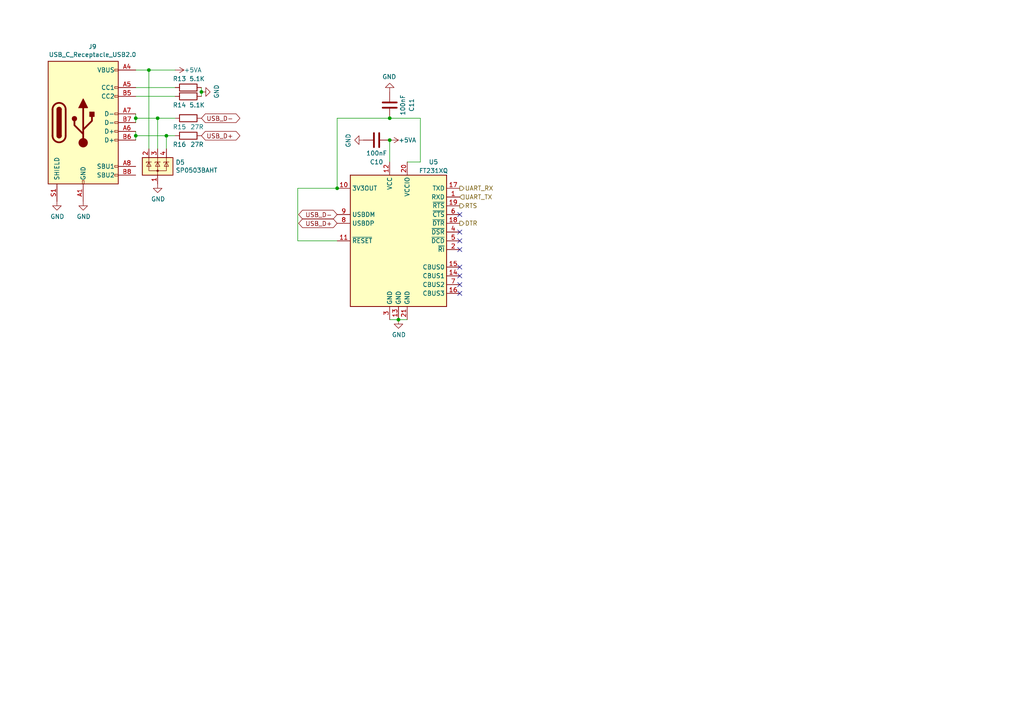
<source format=kicad_sch>
(kicad_sch (version 20211123) (generator eeschema)
  (paper "A4")
  (lib_symbols
    (symbol "Connector:USB_C_Receptacle_USB2.0" (pin_names (offset 1.016))
      (property "Reference" "J" (at -10.16 19.05 0))
      (property "Value" "USB_C_Receptacle_USB2.0" (at 19.05 19.05 0))
      (symbol "USB_C_Receptacle_USB2.0_0_0"
        (rectangle (start -0.254 -17.78) (end 0.254 -16.764))
        (rectangle (start 10.16 -14.986) (end 9.144 -15.494))
        (rectangle (start 10.16 -12.446) (end 9.144 -12.954))
        (rectangle (start 10.16 -4.826) (end 9.144 -5.334))
        (rectangle (start 10.16 -2.286) (end 9.144 -2.794))
        (rectangle (start 10.16 0.254) (end 9.144 -0.254))
        (rectangle (start 10.16 2.794) (end 9.144 2.286))
        (rectangle (start 10.16 7.874) (end 9.144 7.366))
        (rectangle (start 10.16 10.414) (end 9.144 9.906))
        (rectangle (start 10.16 15.494) (end 9.144 14.986))
      )
      (symbol "USB_C_Receptacle_USB2.0_0_1"
        (rectangle (start -10.16 17.78) (end 10.16 -17.78) (stroke (width 0.254)) (fill (type background)))
        (arc (start -8.89 -3.81) (mid -6.985 -5.715) (end -5.08 -3.81) (stroke (width 0.508)))
        (arc (start -7.62 -3.81) (mid -6.985 -4.445) (end -6.35 -3.81) (stroke (width 0.254)))
        (arc (start -7.62 -3.81) (mid -6.985 -4.445) (end -6.35 -3.81) (stroke (width 0.254)) (fill (type outline)))
        (rectangle (start -7.62 -3.81) (end -6.35 3.81) (stroke (width 0.254)) (fill (type outline)))
        (arc (start -6.35 3.81) (mid -6.985 4.445) (end -7.62 3.81) (stroke (width 0.254)))
        (arc (start -6.35 3.81) (mid -6.985 4.445) (end -7.62 3.81) (stroke (width 0.254)) (fill (type outline)))
        (arc (start -5.08 3.81) (mid -6.985 5.715) (end -8.89 3.81) (stroke (width 0.508)))
        (circle (center -2.54 1.143) (radius 0.635) (stroke (width 0.254)) (fill (type outline)))
        (circle (center 0 -5.842) (radius 1.27) (fill (type outline)))
        (polyline (pts (xy -8.89 -3.81) (xy -8.89 3.81)) (stroke (width 0.508)))
        (polyline (pts (xy -5.08 3.81) (xy -5.08 -3.81)) (stroke (width 0.508)))
        (polyline (pts (xy 0 -5.842) (xy 0 4.318)) (stroke (width 0.508)))
        (polyline (pts (xy 0 -3.302) (xy -2.54 -0.762) (xy -2.54 0.508)) (stroke (width 0.508)))
        (polyline (pts (xy 0 -2.032) (xy 2.54 0.508) (xy 2.54 1.778)) (stroke (width 0.508)))
        (polyline (pts (xy -1.27 4.318) (xy 0 6.858) (xy 1.27 4.318) (xy -1.27 4.318)) (stroke (width 0.254)) (fill (type outline)))
        (rectangle (start 1.905 1.778) (end 3.175 3.048) (stroke (width 0.254)) (fill (type outline)))
      )
      (symbol "USB_C_Receptacle_USB2.0_1_1"
        (pin passive line (at 0 -22.86 90) (length 5.08) (name "GND") (number "A1"))
        (pin passive line (at 0 -22.86 90) (length 5.08) hide (name "GND") (number "A12"))
        (pin passive line (at 15.24 15.24 180) (length 5.08) (name "VBUS") (number "A4"))
        (pin bidirectional line (at 15.24 10.16 180) (length 5.08) (name "CC1") (number "A5"))
        (pin bidirectional line (at 15.24 -2.54 180) (length 5.08) (name "D+") (number "A6"))
        (pin bidirectional line (at 15.24 2.54 180) (length 5.08) (name "D-") (number "A7"))
        (pin bidirectional line (at 15.24 -12.7 180) (length 5.08) (name "SBU1") (number "A8"))
        (pin passive line (at 15.24 15.24 180) (length 5.08) hide (name "VBUS") (number "A9"))
        (pin passive line (at 0 -22.86 90) (length 5.08) hide (name "GND") (number "B1"))
        (pin passive line (at 0 -22.86 90) (length 5.08) hide (name "GND") (number "B12"))
        (pin passive line (at 15.24 15.24 180) (length 5.08) hide (name "VBUS") (number "B4"))
        (pin bidirectional line (at 15.24 7.62 180) (length 5.08) (name "CC2") (number "B5"))
        (pin bidirectional line (at 15.24 -5.08 180) (length 5.08) (name "D+") (number "B6"))
        (pin bidirectional line (at 15.24 0 180) (length 5.08) (name "D-") (number "B7"))
        (pin bidirectional line (at 15.24 -15.24 180) (length 5.08) (name "SBU2") (number "B8"))
        (pin passive line (at 15.24 15.24 180) (length 5.08) hide (name "VBUS") (number "B9"))
        (pin passive line (at -7.62 -22.86 90) (length 5.08) (name "SHIELD") (number "S1"))
      )
    )
    (symbol "Device:C" (pin_numbers hide) (pin_names (offset 0.254))
      (property "Reference" "C" (at 0.635 2.54 0))
      (property "Value" "C" (at 0.635 -2.54 0))
      (symbol "C_0_1"
        (polyline (pts (xy -2.032 -0.762) (xy 2.032 -0.762)) (stroke (width 0.508)))
        (polyline (pts (xy -2.032 0.762) (xy 2.032 0.762)) (stroke (width 0.508)))
      )
      (symbol "C_1_1"
        (pin passive line (at 0 3.81 270) (length 2.794) (name "~") (number "1"))
        (pin passive line (at 0 -3.81 90) (length 2.794) (name "~") (number "2"))
      )
    )
    (symbol "Device:R" (pin_numbers hide) (pin_names (offset 0))
      (property "Reference" "R" (at 2.032 0 90))
      (property "Value" "R" (at 0 0 90))
      (symbol "R_0_1"
        (rectangle (start -1.016 -2.54) (end 1.016 2.54) (stroke (width 0.254)))
      )
      (symbol "R_1_1"
        (pin passive line (at 0 3.81 270) (length 1.27) (name "~") (number "1"))
        (pin passive line (at 0 -3.81 90) (length 1.27) (name "~") (number "2"))
      )
    )
    (symbol "Interface_USB:FT231XQ"
      (property "Reference" "U" (at -13.97 20.32 0))
      (property "Value" "FT231XQ" (at 6.35 20.32 0))
      (symbol "FT231XQ_0_1"
        (rectangle (start -13.97 19.05) (end 13.97 -19.05) (stroke (width 0.254)) (fill (type background)))
      )
      (symbol "FT231XQ_1_1"
        (pin input line (at 17.78 12.7 180) (length 3.81) (name "RXD") (number "1"))
        (pin power_out line (at -17.78 15.24 0) (length 3.81) (name "3V3OUT") (number "10"))
        (pin input line (at -17.78 0 0) (length 3.81) (name "~{RESET}") (number "11"))
        (pin power_in line (at -2.54 22.86 270) (length 3.81) (name "VCC") (number "12"))
        (pin power_in line (at 0 -22.86 90) (length 3.81) (name "GND") (number "13"))
        (pin bidirectional line (at 17.78 -10.16 180) (length 3.81) (name "CBUS1") (number "14"))
        (pin bidirectional line (at 17.78 -7.62 180) (length 3.81) (name "CBUS0") (number "15"))
        (pin bidirectional line (at 17.78 -15.24 180) (length 3.81) (name "CBUS3") (number "16"))
        (pin output line (at 17.78 15.24 180) (length 3.81) (name "TXD") (number "17"))
        (pin output line (at 17.78 5.08 180) (length 3.81) (name "~{DTR}") (number "18"))
        (pin output line (at 17.78 10.16 180) (length 3.81) (name "~{RTS}") (number "19"))
        (pin input line (at 17.78 -2.54 180) (length 3.81) (name "~{RI}") (number "2"))
        (pin power_in line (at 2.54 22.86 270) (length 3.81) (name "VCCIO") (number "20"))
        (pin power_in line (at 2.54 -22.86 90) (length 3.81) (name "GND") (number "21"))
        (pin power_in line (at -2.54 -22.86 90) (length 3.81) (name "GND") (number "3"))
        (pin input line (at 17.78 2.54 180) (length 3.81) (name "~{DSR}") (number "4"))
        (pin input line (at 17.78 0 180) (length 3.81) (name "~{DCD}") (number "5"))
        (pin input line (at 17.78 7.62 180) (length 3.81) (name "~{CTS}") (number "6"))
        (pin bidirectional line (at 17.78 -12.7 180) (length 3.81) (name "CBUS2") (number "7"))
        (pin bidirectional line (at -17.78 5.08 0) (length 3.81) (name "USBDP") (number "8"))
        (pin bidirectional line (at -17.78 7.62 0) (length 3.81) (name "USBDM") (number "9"))
      )
    )
    (symbol "Power_Protection:SP0503BAHT" (pin_names hide)
      (property "Reference" "D" (at 5.715 2.54 0))
      (property "Value" "SP0503BAHT" (at 5.715 0.635 0))
      (symbol "SP0503BAHT_0_0"
        (pin passive line (at 0 -5.08 90) (length 2.54) (name "A") (number "1"))
      )
      (symbol "SP0503BAHT_0_1"
        (rectangle (start -4.445 2.54) (end 4.445 -2.54) (stroke (width 0.254)) (fill (type background)))
        (circle (center 0 -1.27) (radius 0.254) (fill (type outline)))
        (polyline (pts (xy -2.54 2.54) (xy -2.54 1.27)))
        (polyline (pts (xy 0 -1.27) (xy 0 -2.54)))
        (polyline (pts (xy 0 -1.27) (xy 0 1.27)))
        (polyline (pts (xy 0 2.54) (xy 0 1.27)))
        (polyline (pts (xy 0.635 1.27) (xy 0.762 1.27)))
        (polyline (pts (xy 2.54 2.54) (xy 2.54 1.27)))
        (polyline (pts (xy 0.635 1.27) (xy -0.762 1.27) (xy -0.762 1.016)))
        (polyline (pts (xy -3.302 1.016) (xy -3.302 1.27) (xy -1.905 1.27) (xy -1.778 1.27)))
        (polyline (pts (xy -2.54 1.27) (xy -2.54 -1.27) (xy 2.54 -1.27) (xy 2.54 1.27)))
        (polyline (pts (xy -2.54 1.27) (xy -1.905 0) (xy -3.175 0) (xy -2.54 1.27)))
        (polyline (pts (xy 0.635 0) (xy -0.635 0) (xy 0 1.27) (xy 0.635 0)))
        (polyline (pts (xy 1.778 1.016) (xy 1.778 1.27) (xy 3.175 1.27) (xy 3.302 1.27)))
        (polyline (pts (xy 2.54 1.27) (xy 1.905 0) (xy 3.175 0) (xy 2.54 1.27)))
      )
      (symbol "SP0503BAHT_1_1"
        (pin passive line (at -2.54 5.08 270) (length 2.54) (name "K") (number "2"))
        (pin passive line (at 0 5.08 270) (length 2.54) (name "K") (number "3"))
        (pin passive line (at 2.54 5.08 270) (length 2.54) (name "K") (number "4"))
      )
    )
    (symbol "power:+5VA" (power) (pin_names (offset 0))
      (property "Value" "+5VA" (at 0 3.556 0))
      (symbol "+5VA_0_1"
        (polyline (pts (xy -0.762 1.27) (xy 0 2.54)))
        (polyline (pts (xy 0 0) (xy 0 2.54)))
        (polyline (pts (xy 0 2.54) (xy 0.762 1.27)))
      )
      (symbol "+5VA_1_1"
        (pin power_in line (at 0 0 90) (length 0) hide (name "+5VA") (number "1"))
      )
    )
    (symbol "power:GND" (power) (pin_names (offset 0))
      (property "Value" "GND" (at 0 -3.81 0))
      (symbol "GND_0_1"
        (polyline (pts (xy 0 0) (xy 0 -1.27) (xy 1.27 -1.27) (xy 0 -2.54) (xy -1.27 -1.27) (xy 0 -1.27)))
      )
      (symbol "GND_1_1"
        (pin power_in line (at 0 0 270) (length 0) hide (name "GND") (number "1"))
      )
    )
  )
  (junction (at 39.37 34.29))
  (junction (at 113.03 40.64))
  (junction (at 43.18 20.32))
  (junction (at 48.26 39.37))
  (junction (at 113.03 34.29))
  (junction (at 115.57 92.71))
  (junction (at 97.79 54.61))
  (junction (at 39.37 39.37))
  (junction (at 45.72 34.29))
  (junction (at 58.42 26.67))
  (no_connect (at 133.35 77.47))
  (no_connect (at 133.35 72.39))
  (no_connect (at 133.35 82.55))
  (no_connect (at 133.35 62.23))
  (no_connect (at 133.35 80.01))
  (no_connect (at 133.35 69.85))
  (no_connect (at 133.35 85.09))
  (no_connect (at 133.35 67.31))
  (wire (pts (xy 118.11 46.99) (xy 121.92 46.99)))
  (wire (pts (xy 50.8 39.37) (xy 48.26 39.37)))
  (wire (pts (xy 39.37 34.29) (xy 39.37 33.02)))
  (wire (pts (xy 39.37 35.56) (xy 39.37 34.29)))
  (wire (pts (xy 121.92 34.29) (xy 113.03 34.29)))
  (wire (pts (xy 43.18 43.18) (xy 43.18 20.32)))
  (wire (pts (xy 86.36 54.61) (xy 97.79 54.61)))
  (wire (pts (xy 50.8 20.32) (xy 43.18 20.32)))
  (wire (pts (xy 121.92 46.99) (xy 121.92 34.29)))
  (wire (pts (xy 39.37 38.1) (xy 39.37 39.37)))
  (wire (pts (xy 113.03 92.71) (xy 115.57 92.71)))
  (wire (pts (xy 39.37 27.94) (xy 50.8 27.94)))
  (wire (pts (xy 48.26 43.18) (xy 48.26 39.37)))
  (wire (pts (xy 45.72 34.29) (xy 50.8 34.29)))
  (wire (pts (xy 39.37 34.29) (xy 45.72 34.29)))
  (wire (pts (xy 58.42 26.67) (xy 58.42 25.4)))
  (wire (pts (xy 86.36 69.85) (xy 86.36 54.61)))
  (wire (pts (xy 50.8 25.4) (xy 39.37 25.4)))
  (wire (pts (xy 58.42 27.94) (xy 58.42 26.67)))
  (wire (pts (xy 39.37 39.37) (xy 39.37 40.64)))
  (wire (pts (xy 48.26 39.37) (xy 39.37 39.37)))
  (wire (pts (xy 115.57 92.71) (xy 118.11 92.71)))
  (wire (pts (xy 113.03 34.29) (xy 97.79 34.29)))
  (wire (pts (xy 113.03 46.99) (xy 113.03 40.64)))
  (wire (pts (xy 97.79 69.85) (xy 86.36 69.85)))
  (wire (pts (xy 45.72 43.18) (xy 45.72 34.29)))
  (wire (pts (xy 43.18 20.32) (xy 39.37 20.32)))
  (wire (pts (xy 97.79 34.29) (xy 97.79 54.61)))
  (global_label "USB_D+" (shape bidirectional) (at 97.79 64.77 180) (property "Intersheet References" "${INTERSHEET_REFS}" (effects hide)))
  (global_label "USB_D+" (shape bidirectional) (at 58.42 39.37 0) (property "Intersheet References" "${INTERSHEET_REFS}" (effects hide)))
  (global_label "USB_D-" (shape bidirectional) (at 97.79 62.23 180) (property "Intersheet References" "${INTERSHEET_REFS}" (effects hide)))
  (global_label "USB_D-" (shape bidirectional) (at 58.42 34.29 0) (property "Intersheet References" "${INTERSHEET_REFS}" (effects hide)))
  (hierarchical_label "DTR" (shape output) (at 133.35 64.77 0))
  (hierarchical_label "UART_TX" (shape input) (at 133.35 57.15 0))
  (hierarchical_label "UART_RX" (shape output) (at 133.35 54.61 0))
  (hierarchical_label "RTS" (shape output) (at 133.35 59.69 0))
  (symbol (lib_id "power:+5VA") (at 50.8 20.32 270) (unit 1)
    (property "Reference" "#PWR0149" (effects hide))
    (property "Value" "+5VA" (at 53.34 20.32 90) (effects (justify left)))
  )
  (symbol (lib_id "Connector:USB_C_Receptacle_USB2.0") (at 24.13 35.56 0) (unit 1)
    (property "Reference" "J9" (at 26.8478 13.5382 0))
    (property "Value" "USB_C_Receptacle_USB2.0" (at 26.8478 15.8496 0))
    (property "Footprint" "USB_C_Receptacle_JAE_DX07S016JA1:USB_C_Receptacle_JAE_DX07S016JA1" (effects hide))
    (property "Datasheet" "https://www.usb.org/sites/default/files/documents/usb_type-c.zip" (effects hide))
  )
  (symbol (lib_id "power:GND") (at 24.13 58.42 0) (unit 1)
    (property "Reference" "#PWR0150" (effects hide))
    (property "Value" "GND" (at 24.257 62.8142 0))
  )
  (symbol (lib_id "power:GND") (at 16.51 58.42 0) (unit 1)
    (property "Reference" "#PWR0151" (effects hide))
    (property "Value" "GND" (at 16.637 62.8142 0))
  )
  (symbol (lib_id "Device:R") (at 54.61 25.4 270) (unit 1)
    (property "Reference" "R13" (at 52.07 22.86 90))
    (property "Value" "5.1K" (at 57.15 22.86 90))
    (property "Footprint" "Resistor_SMD:R_0603_1608Metric_Pad0.98x0.95mm_HandSolder" (effects hide))
  )
  (symbol (lib_id "Device:R") (at 54.61 27.94 90) (unit 1)
    (property "Reference" "R14" (at 52.07 30.48 90))
    (property "Value" "5.1K" (at 57.15 30.48 90))
    (property "Footprint" "Resistor_SMD:R_0603_1608Metric_Pad0.98x0.95mm_HandSolder" (effects hide))
  )
  (symbol (lib_id "power:GND") (at 58.42 26.67 90) (unit 1)
    (property "Reference" "#PWR0152" (effects hide))
    (property "Value" "GND" (at 62.8142 26.543 0))
  )
  (symbol (lib_id "Power_Protection:SP0503BAHT") (at 45.72 48.26 0) (unit 1)
    (property "Reference" "D5" (at 50.927 47.0916 0) (effects (justify left)))
    (property "Value" "SP0503BAHT" (at 50.927 49.403 0) (effects (justify left)))
    (property "Footprint" "Package_TO_SOT_SMD:SOT-143" (effects hide))
    (property "Datasheet" "http://www.littelfuse.com/~/media/files/littelfuse/technical%20resources/documents/data%20sheets/sp05xxba.pdf" (effects hide))
  )
  (symbol (lib_id "power:GND") (at 45.72 53.34 0) (unit 1)
    (property "Reference" "#PWR0153" (effects hide))
    (property "Value" "GND" (at 45.847 57.7342 0))
  )
  (symbol (lib_id "Device:R") (at 54.61 34.29 90) (unit 1)
    (property "Reference" "R15" (at 52.07 36.83 90))
    (property "Value" "27R" (at 57.15 36.83 90))
    (property "Footprint" "Resistor_SMD:R_0603_1608Metric_Pad0.98x0.95mm_HandSolder" (effects hide))
  )
  (symbol (lib_id "Device:R") (at 54.61 39.37 90) (unit 1)
    (property "Reference" "R16" (at 52.07 41.91 90))
    (property "Value" "27R" (at 57.15 41.91 90))
    (property "Footprint" "Resistor_SMD:R_0603_1608Metric_Pad0.98x0.95mm_HandSolder" (effects hide))
  )
  (symbol (lib_id "power:+5VA") (at 113.03 40.64 270) (unit 1)
    (property "Reference" "#PWR0155" (effects hide))
    (property "Value" "+5VA" (at 115.57 40.64 90) (effects (justify left)))
  )
  (symbol (lib_id "power:GND") (at 105.41 40.64 270) (unit 1)
    (property "Reference" "#PWR0154" (effects hide))
    (property "Value" "GND" (at 101.0158 40.767 0))
  )
  (symbol (lib_id "Device:C") (at 109.22 40.64 90) (unit 1)
    (property "Reference" "C10" (at 109.22 46.99 90))
    (property "Value" "100nF" (at 109.22 44.45 90))
    (property "Footprint" "Capacitor_SMD:C_0603_1608Metric_Pad1.08x0.95mm_HandSolder" (effects hide))
  )
  (symbol (lib_id "Device:C") (at 113.03 30.48 180) (unit 1)
    (property "Reference" "C11" (at 119.38 30.48 90))
    (property "Value" "100nF" (at 116.84 30.48 90))
    (property "Footprint" "Capacitor_SMD:C_0603_1608Metric_Pad1.08x0.95mm_HandSolder" (effects hide))
  )
  (symbol (lib_id "power:GND") (at 115.57 92.71 0) (unit 1)
    (property "Reference" "#PWR0157" (effects hide))
    (property "Value" "GND" (at 115.697 97.1042 0))
  )
  (symbol (lib_id "power:GND") (at 113.03 26.67 180) (unit 1)
    (property "Reference" "#PWR0156" (effects hide))
    (property "Value" "GND" (at 112.903 22.2758 0))
  )
  (symbol (lib_id "Interface_USB:FT231XQ") (at 115.57 69.85 0) (unit 1)
    (property "Reference" "U5" (at 125.73 46.99 0))
    (property "Value" "FT231XQ" (at 125.73 49.53 0))
    (property "Footprint" "Package_DFN_QFN:QFN-20-1EP_4x4mm_P0.5mm_EP2.5x2.5mm" (effects hide))
    (property "Datasheet" "https://www.ftdichip.com/Support/Documents/DataSheets/ICs/DS_FT231X.pdf" (effects hide))
  )
)
</source>
